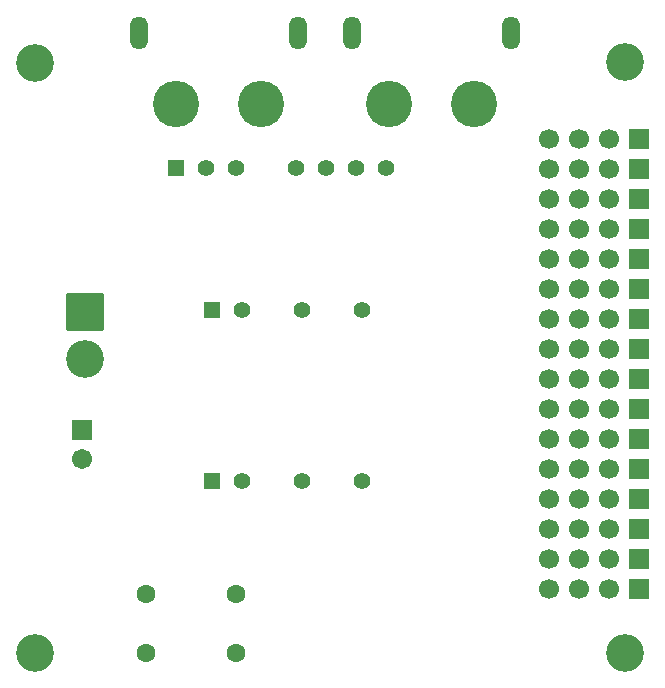
<source format=gbs>
%TF.GenerationSoftware,KiCad,Pcbnew,9.0.4*%
%TF.CreationDate,2025-11-06T05:06:55+09:00*%
%TF.ProjectId,CAN_Isolation_mini,43414e5f-4973-46f6-9c61-74696f6e5f6d,Ver.1.1*%
%TF.SameCoordinates,Original*%
%TF.FileFunction,Soldermask,Bot*%
%TF.FilePolarity,Negative*%
%FSLAX46Y46*%
G04 Gerber Fmt 4.6, Leading zero omitted, Abs format (unit mm)*
G04 Created by KiCad (PCBNEW 9.0.4) date 2025-11-06 05:06:55*
%MOMM*%
%LPD*%
G01*
G04 APERTURE LIST*
G04 Aperture macros list*
%AMRoundRect*
0 Rectangle with rounded corners*
0 $1 Rounding radius*
0 $2 $3 $4 $5 $6 $7 $8 $9 X,Y pos of 4 corners*
0 Add a 4 corners polygon primitive as box body*
4,1,4,$2,$3,$4,$5,$6,$7,$8,$9,$2,$3,0*
0 Add four circle primitives for the rounded corners*
1,1,$1+$1,$2,$3*
1,1,$1+$1,$4,$5*
1,1,$1+$1,$6,$7*
1,1,$1+$1,$8,$9*
0 Add four rect primitives between the rounded corners*
20,1,$1+$1,$2,$3,$4,$5,0*
20,1,$1+$1,$4,$5,$6,$7,0*
20,1,$1+$1,$6,$7,$8,$9,0*
20,1,$1+$1,$8,$9,$2,$3,0*%
G04 Aperture macros list end*
%ADD10C,3.200000*%
%ADD11R,1.700000X1.700000*%
%ADD12C,1.700000*%
%ADD13RoundRect,0.102000X-1.500000X1.500000X-1.500000X-1.500000X1.500000X-1.500000X1.500000X1.500000X0*%
%ADD14C,3.204000*%
%ADD15C,1.600000*%
%ADD16C,3.920000*%
%ADD17O,1.504000X2.804000*%
%ADD18R,1.397000X1.397000*%
%ADD19C,1.397000*%
%ADD20RoundRect,0.102000X-0.754000X0.754000X-0.754000X-0.754000X0.754000X-0.754000X0.754000X0.754000X0*%
%ADD21C,1.712000*%
G04 APERTURE END LIST*
D10*
%TO.C,REF\u002A\u002A*%
X143657095Y-72818000D03*
%TD*%
D11*
%TO.C,J6*%
X144810000Y-89500000D03*
D12*
X142270000Y-89500000D03*
X139730000Y-89500000D03*
X137190000Y-89500000D03*
%TD*%
D10*
%TO.C,REF\u002A\u002A*%
X93657095Y-122794905D03*
%TD*%
D11*
%TO.C,J3*%
X144810000Y-81880000D03*
D12*
X142270000Y-81880000D03*
X139730000Y-81880000D03*
X137190000Y-81880000D03*
%TD*%
D11*
%TO.C,J8*%
X144810000Y-94580000D03*
D12*
X142270000Y-94580000D03*
X139730000Y-94580000D03*
X137190000Y-94580000D03*
%TD*%
D13*
%TO.C,X1*%
X97922500Y-93930000D03*
D14*
X97922500Y-97890000D03*
%TD*%
D11*
%TO.C,J11*%
X144810000Y-102200000D03*
D12*
X142270000Y-102200000D03*
X139730000Y-102200000D03*
X137190000Y-102200000D03*
%TD*%
D11*
%TO.C,J17*%
X144810000Y-117440000D03*
D12*
X142270000Y-117440000D03*
X139730000Y-117440000D03*
X137190000Y-117440000D03*
%TD*%
D11*
%TO.C,J15*%
X144810000Y-112360000D03*
D12*
X142270000Y-112360000D03*
X139730000Y-112360000D03*
X137190000Y-112360000D03*
%TD*%
D11*
%TO.C,J13*%
X144810000Y-107280000D03*
D12*
X142270000Y-107280000D03*
X139730000Y-107280000D03*
X137190000Y-107280000D03*
%TD*%
D15*
%TO.C,R12*%
X103037095Y-117809000D03*
X110657095Y-117809000D03*
%TD*%
D16*
%TO.C,J21*%
X112801000Y-76327000D03*
X105601000Y-76327000D03*
D17*
X115951000Y-70327000D03*
X102451000Y-70327000D03*
%TD*%
D11*
%TO.C,J16*%
X144810000Y-114900000D03*
D12*
X142270000Y-114900000D03*
X139730000Y-114900000D03*
X137190000Y-114900000D03*
%TD*%
D11*
%TO.C,J7*%
X144810000Y-92040000D03*
D12*
X142270000Y-92040000D03*
X139730000Y-92040000D03*
X137190000Y-92040000D03*
%TD*%
D11*
%TO.C,J10*%
X144810000Y-99660000D03*
D12*
X142270000Y-99660000D03*
X139730000Y-99660000D03*
X137190000Y-99660000D03*
%TD*%
D10*
%TO.C,REF\u002A\u002A*%
X143657095Y-122794905D03*
%TD*%
D18*
%TO.C,U3*%
X108680095Y-93785000D03*
D19*
X111220095Y-93785000D03*
X116300095Y-93785000D03*
X121380095Y-93785000D03*
%TD*%
D18*
%TO.C,U4*%
X108680095Y-108285000D03*
D19*
X111220095Y-108285000D03*
X116300095Y-108285000D03*
X121380095Y-108285000D03*
%TD*%
D11*
%TO.C,J9*%
X144810000Y-97120000D03*
D12*
X142270000Y-97120000D03*
X139730000Y-97120000D03*
X137190000Y-97120000D03*
%TD*%
D18*
%TO.C,U7*%
X105608000Y-81741000D03*
D19*
X108148000Y-81741000D03*
X110688000Y-81741000D03*
X115768000Y-81741000D03*
X118308000Y-81741000D03*
X120848000Y-81741000D03*
X123388000Y-81741000D03*
%TD*%
D15*
%TO.C,R11*%
X110657095Y-122809000D03*
X103037095Y-122809000D03*
%TD*%
D10*
%TO.C,REF\u002A\u002A*%
X93657095Y-72825436D03*
%TD*%
D11*
%TO.C,J2*%
X144810000Y-79340000D03*
D12*
X142270000Y-79340000D03*
X139730000Y-79340000D03*
X137190000Y-79340000D03*
%TD*%
D11*
%TO.C,J5*%
X144810000Y-86960000D03*
D12*
X142270000Y-86960000D03*
X139730000Y-86960000D03*
X137190000Y-86960000D03*
%TD*%
D11*
%TO.C,J14*%
X144810000Y-109820000D03*
D12*
X142270000Y-109820000D03*
X139730000Y-109820000D03*
X137190000Y-109820000D03*
%TD*%
D11*
%TO.C,J4*%
X144810000Y-84420000D03*
D12*
X142270000Y-84420000D03*
X139730000Y-84420000D03*
X137190000Y-84420000D03*
%TD*%
D11*
%TO.C,J12*%
X144810000Y-104740000D03*
D12*
X142270000Y-104740000D03*
X139730000Y-104740000D03*
X137190000Y-104740000D03*
%TD*%
D20*
%TO.C,J1*%
X97680000Y-103900000D03*
D21*
X97680000Y-106400000D03*
%TD*%
D16*
%TO.C,J22*%
X130835000Y-76358000D03*
X123635000Y-76358000D03*
D17*
X133985000Y-70358000D03*
X120485000Y-70358000D03*
%TD*%
M02*

</source>
